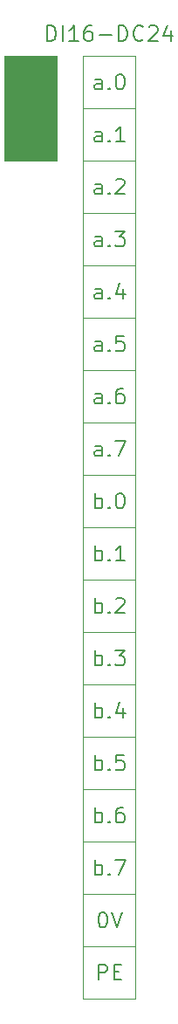
<source format=gbr>
%TF.GenerationSoftware,KiCad,Pcbnew,8.0.4-8.0.4-0~ubuntu22.04.1*%
%TF.CreationDate,2024-08-10T22:14:10+03:00*%
%TF.ProjectId,PM-DI16-DC24sink-front,504d2d44-4931-4362-9d44-43323473696e,rev?*%
%TF.SameCoordinates,Original*%
%TF.FileFunction,Legend,Top*%
%TF.FilePolarity,Positive*%
%FSLAX46Y46*%
G04 Gerber Fmt 4.6, Leading zero omitted, Abs format (unit mm)*
G04 Created by KiCad (PCBNEW 8.0.4-8.0.4-0~ubuntu22.04.1) date 2024-08-10 22:14:10*
%MOMM*%
%LPD*%
G01*
G04 APERTURE LIST*
%ADD10C,0.100000*%
%ADD11C,0.200000*%
%ADD12O,1.700000X1.700000*%
%ADD13R,1.700000X1.700000*%
G04 APERTURE END LIST*
D10*
X68580000Y-80010000D02*
X73660000Y-80010000D01*
X73660000Y-85090000D01*
X68580000Y-85090000D01*
X68580000Y-80010000D01*
X68580000Y-100330000D02*
X73660000Y-100330000D01*
X73660000Y-105410000D01*
X68580000Y-105410000D01*
X68580000Y-100330000D01*
X68580000Y-69850000D02*
X73660000Y-69850000D01*
X73660000Y-74930000D01*
X68580000Y-74930000D01*
X68580000Y-69850000D01*
X68580000Y-59690000D02*
X73660000Y-59690000D01*
X73660000Y-64770000D01*
X68580000Y-64770000D01*
X68580000Y-59690000D01*
X68580000Y-120650000D02*
X73660000Y-120650000D01*
X73660000Y-125730000D01*
X68580000Y-125730000D01*
X68580000Y-120650000D01*
X68580000Y-115570000D02*
X73660000Y-115570000D01*
X73660000Y-120650000D01*
X68580000Y-120650000D01*
X68580000Y-115570000D01*
X68580000Y-125730000D02*
X73660000Y-125730000D01*
X73660000Y-130810000D01*
X68580000Y-130810000D01*
X68580000Y-125730000D01*
X68580000Y-130810000D02*
X73660000Y-130810000D01*
X73660000Y-135890000D01*
X68580000Y-135890000D01*
X68580000Y-130810000D01*
X68580000Y-110490000D02*
X73660000Y-110490000D01*
X73660000Y-115570000D01*
X68580000Y-115570000D01*
X68580000Y-110490000D01*
X68580000Y-54610000D02*
X73660000Y-54610000D01*
X73660000Y-59690000D01*
X68580000Y-59690000D01*
X68580000Y-54610000D01*
X68580000Y-95250000D02*
X73660000Y-95250000D01*
X73660000Y-100330000D01*
X68580000Y-100330000D01*
X68580000Y-95250000D01*
X68580000Y-105410000D02*
X73660000Y-105410000D01*
X73660000Y-110490000D01*
X68580000Y-110490000D01*
X68580000Y-105410000D01*
X68580000Y-135890000D02*
X73660000Y-135890000D01*
X73660000Y-140970000D01*
X68580000Y-140970000D01*
X68580000Y-135890000D01*
X60960000Y-54610000D02*
X66040000Y-54610000D01*
X66040000Y-64770000D01*
X60960000Y-64770000D01*
X60960000Y-54610000D01*
G36*
X60960000Y-54610000D02*
G01*
X66040000Y-54610000D01*
X66040000Y-64770000D01*
X60960000Y-64770000D01*
X60960000Y-54610000D01*
G37*
X68580000Y-64770000D02*
X73660000Y-64770000D01*
X73660000Y-69850000D01*
X68580000Y-69850000D01*
X68580000Y-64770000D01*
X68580000Y-85090000D02*
X73660000Y-85090000D01*
X73660000Y-90170000D01*
X68580000Y-90170000D01*
X68580000Y-85090000D01*
X68580000Y-90170000D02*
X73660000Y-90170000D01*
X73660000Y-95250000D01*
X68580000Y-95250000D01*
X68580000Y-90170000D01*
X68580000Y-74930000D02*
X73660000Y-74930000D01*
X73660000Y-80010000D01*
X68580000Y-80010000D01*
X68580000Y-74930000D01*
X68580000Y-140970000D02*
X73660000Y-140970000D01*
X73660000Y-146050000D01*
X68580000Y-146050000D01*
X68580000Y-140970000D01*
D11*
X69727142Y-113707528D02*
X69727142Y-112207528D01*
X69727142Y-112778957D02*
X69870000Y-112707528D01*
X69870000Y-112707528D02*
X70155714Y-112707528D01*
X70155714Y-112707528D02*
X70298571Y-112778957D01*
X70298571Y-112778957D02*
X70370000Y-112850385D01*
X70370000Y-112850385D02*
X70441428Y-112993242D01*
X70441428Y-112993242D02*
X70441428Y-113421814D01*
X70441428Y-113421814D02*
X70370000Y-113564671D01*
X70370000Y-113564671D02*
X70298571Y-113636100D01*
X70298571Y-113636100D02*
X70155714Y-113707528D01*
X70155714Y-113707528D02*
X69870000Y-113707528D01*
X69870000Y-113707528D02*
X69727142Y-113636100D01*
X71084285Y-113564671D02*
X71155714Y-113636100D01*
X71155714Y-113636100D02*
X71084285Y-113707528D01*
X71084285Y-113707528D02*
X71012857Y-113636100D01*
X71012857Y-113636100D02*
X71084285Y-113564671D01*
X71084285Y-113564671D02*
X71084285Y-113707528D01*
X71655714Y-112207528D02*
X72584286Y-112207528D01*
X72584286Y-112207528D02*
X72084286Y-112778957D01*
X72084286Y-112778957D02*
X72298571Y-112778957D01*
X72298571Y-112778957D02*
X72441429Y-112850385D01*
X72441429Y-112850385D02*
X72512857Y-112921814D01*
X72512857Y-112921814D02*
X72584286Y-113064671D01*
X72584286Y-113064671D02*
X72584286Y-113421814D01*
X72584286Y-113421814D02*
X72512857Y-113564671D01*
X72512857Y-113564671D02*
X72441429Y-113636100D01*
X72441429Y-113636100D02*
X72298571Y-113707528D01*
X72298571Y-113707528D02*
X71870000Y-113707528D01*
X71870000Y-113707528D02*
X71727143Y-113636100D01*
X71727143Y-113636100D02*
X71655714Y-113564671D01*
X69727142Y-108627528D02*
X69727142Y-107127528D01*
X69727142Y-107698957D02*
X69870000Y-107627528D01*
X69870000Y-107627528D02*
X70155714Y-107627528D01*
X70155714Y-107627528D02*
X70298571Y-107698957D01*
X70298571Y-107698957D02*
X70370000Y-107770385D01*
X70370000Y-107770385D02*
X70441428Y-107913242D01*
X70441428Y-107913242D02*
X70441428Y-108341814D01*
X70441428Y-108341814D02*
X70370000Y-108484671D01*
X70370000Y-108484671D02*
X70298571Y-108556100D01*
X70298571Y-108556100D02*
X70155714Y-108627528D01*
X70155714Y-108627528D02*
X69870000Y-108627528D01*
X69870000Y-108627528D02*
X69727142Y-108556100D01*
X71084285Y-108484671D02*
X71155714Y-108556100D01*
X71155714Y-108556100D02*
X71084285Y-108627528D01*
X71084285Y-108627528D02*
X71012857Y-108556100D01*
X71012857Y-108556100D02*
X71084285Y-108484671D01*
X71084285Y-108484671D02*
X71084285Y-108627528D01*
X71727143Y-107270385D02*
X71798571Y-107198957D01*
X71798571Y-107198957D02*
X71941429Y-107127528D01*
X71941429Y-107127528D02*
X72298571Y-107127528D01*
X72298571Y-107127528D02*
X72441429Y-107198957D01*
X72441429Y-107198957D02*
X72512857Y-107270385D01*
X72512857Y-107270385D02*
X72584286Y-107413242D01*
X72584286Y-107413242D02*
X72584286Y-107556100D01*
X72584286Y-107556100D02*
X72512857Y-107770385D01*
X72512857Y-107770385D02*
X71655714Y-108627528D01*
X71655714Y-108627528D02*
X72584286Y-108627528D01*
X70048571Y-144187528D02*
X70048571Y-142687528D01*
X70048571Y-142687528D02*
X70620000Y-142687528D01*
X70620000Y-142687528D02*
X70762857Y-142758957D01*
X70762857Y-142758957D02*
X70834286Y-142830385D01*
X70834286Y-142830385D02*
X70905714Y-142973242D01*
X70905714Y-142973242D02*
X70905714Y-143187528D01*
X70905714Y-143187528D02*
X70834286Y-143330385D01*
X70834286Y-143330385D02*
X70762857Y-143401814D01*
X70762857Y-143401814D02*
X70620000Y-143473242D01*
X70620000Y-143473242D02*
X70048571Y-143473242D01*
X71548571Y-143401814D02*
X72048571Y-143401814D01*
X72262857Y-144187528D02*
X71548571Y-144187528D01*
X71548571Y-144187528D02*
X71548571Y-142687528D01*
X71548571Y-142687528D02*
X72262857Y-142687528D01*
X70370000Y-78147528D02*
X70370000Y-77361814D01*
X70370000Y-77361814D02*
X70298571Y-77218957D01*
X70298571Y-77218957D02*
X70155714Y-77147528D01*
X70155714Y-77147528D02*
X69870000Y-77147528D01*
X69870000Y-77147528D02*
X69727142Y-77218957D01*
X70370000Y-78076100D02*
X70227142Y-78147528D01*
X70227142Y-78147528D02*
X69870000Y-78147528D01*
X69870000Y-78147528D02*
X69727142Y-78076100D01*
X69727142Y-78076100D02*
X69655714Y-77933242D01*
X69655714Y-77933242D02*
X69655714Y-77790385D01*
X69655714Y-77790385D02*
X69727142Y-77647528D01*
X69727142Y-77647528D02*
X69870000Y-77576100D01*
X69870000Y-77576100D02*
X70227142Y-77576100D01*
X70227142Y-77576100D02*
X70370000Y-77504671D01*
X71084285Y-78004671D02*
X71155714Y-78076100D01*
X71155714Y-78076100D02*
X71084285Y-78147528D01*
X71084285Y-78147528D02*
X71012857Y-78076100D01*
X71012857Y-78076100D02*
X71084285Y-78004671D01*
X71084285Y-78004671D02*
X71084285Y-78147528D01*
X72441429Y-77147528D02*
X72441429Y-78147528D01*
X72084286Y-76576100D02*
X71727143Y-77647528D01*
X71727143Y-77647528D02*
X72655714Y-77647528D01*
X69727142Y-134027528D02*
X69727142Y-132527528D01*
X69727142Y-133098957D02*
X69870000Y-133027528D01*
X69870000Y-133027528D02*
X70155714Y-133027528D01*
X70155714Y-133027528D02*
X70298571Y-133098957D01*
X70298571Y-133098957D02*
X70370000Y-133170385D01*
X70370000Y-133170385D02*
X70441428Y-133313242D01*
X70441428Y-133313242D02*
X70441428Y-133741814D01*
X70441428Y-133741814D02*
X70370000Y-133884671D01*
X70370000Y-133884671D02*
X70298571Y-133956100D01*
X70298571Y-133956100D02*
X70155714Y-134027528D01*
X70155714Y-134027528D02*
X69870000Y-134027528D01*
X69870000Y-134027528D02*
X69727142Y-133956100D01*
X71084285Y-133884671D02*
X71155714Y-133956100D01*
X71155714Y-133956100D02*
X71084285Y-134027528D01*
X71084285Y-134027528D02*
X71012857Y-133956100D01*
X71012857Y-133956100D02*
X71084285Y-133884671D01*
X71084285Y-133884671D02*
X71084285Y-134027528D01*
X71655714Y-132527528D02*
X72655714Y-132527528D01*
X72655714Y-132527528D02*
X72012857Y-134027528D01*
X70370000Y-62907528D02*
X70370000Y-62121814D01*
X70370000Y-62121814D02*
X70298571Y-61978957D01*
X70298571Y-61978957D02*
X70155714Y-61907528D01*
X70155714Y-61907528D02*
X69870000Y-61907528D01*
X69870000Y-61907528D02*
X69727142Y-61978957D01*
X70370000Y-62836100D02*
X70227142Y-62907528D01*
X70227142Y-62907528D02*
X69870000Y-62907528D01*
X69870000Y-62907528D02*
X69727142Y-62836100D01*
X69727142Y-62836100D02*
X69655714Y-62693242D01*
X69655714Y-62693242D02*
X69655714Y-62550385D01*
X69655714Y-62550385D02*
X69727142Y-62407528D01*
X69727142Y-62407528D02*
X69870000Y-62336100D01*
X69870000Y-62336100D02*
X70227142Y-62336100D01*
X70227142Y-62336100D02*
X70370000Y-62264671D01*
X71084285Y-62764671D02*
X71155714Y-62836100D01*
X71155714Y-62836100D02*
X71084285Y-62907528D01*
X71084285Y-62907528D02*
X71012857Y-62836100D01*
X71012857Y-62836100D02*
X71084285Y-62764671D01*
X71084285Y-62764671D02*
X71084285Y-62907528D01*
X72584286Y-62907528D02*
X71727143Y-62907528D01*
X72155714Y-62907528D02*
X72155714Y-61407528D01*
X72155714Y-61407528D02*
X72012857Y-61621814D01*
X72012857Y-61621814D02*
X71870000Y-61764671D01*
X71870000Y-61764671D02*
X71727143Y-61836100D01*
X70370000Y-93387528D02*
X70370000Y-92601814D01*
X70370000Y-92601814D02*
X70298571Y-92458957D01*
X70298571Y-92458957D02*
X70155714Y-92387528D01*
X70155714Y-92387528D02*
X69870000Y-92387528D01*
X69870000Y-92387528D02*
X69727142Y-92458957D01*
X70370000Y-93316100D02*
X70227142Y-93387528D01*
X70227142Y-93387528D02*
X69870000Y-93387528D01*
X69870000Y-93387528D02*
X69727142Y-93316100D01*
X69727142Y-93316100D02*
X69655714Y-93173242D01*
X69655714Y-93173242D02*
X69655714Y-93030385D01*
X69655714Y-93030385D02*
X69727142Y-92887528D01*
X69727142Y-92887528D02*
X69870000Y-92816100D01*
X69870000Y-92816100D02*
X70227142Y-92816100D01*
X70227142Y-92816100D02*
X70370000Y-92744671D01*
X71084285Y-93244671D02*
X71155714Y-93316100D01*
X71155714Y-93316100D02*
X71084285Y-93387528D01*
X71084285Y-93387528D02*
X71012857Y-93316100D01*
X71012857Y-93316100D02*
X71084285Y-93244671D01*
X71084285Y-93244671D02*
X71084285Y-93387528D01*
X71655714Y-91887528D02*
X72655714Y-91887528D01*
X72655714Y-91887528D02*
X72012857Y-93387528D01*
X69727142Y-103547528D02*
X69727142Y-102047528D01*
X69727142Y-102618957D02*
X69870000Y-102547528D01*
X69870000Y-102547528D02*
X70155714Y-102547528D01*
X70155714Y-102547528D02*
X70298571Y-102618957D01*
X70298571Y-102618957D02*
X70370000Y-102690385D01*
X70370000Y-102690385D02*
X70441428Y-102833242D01*
X70441428Y-102833242D02*
X70441428Y-103261814D01*
X70441428Y-103261814D02*
X70370000Y-103404671D01*
X70370000Y-103404671D02*
X70298571Y-103476100D01*
X70298571Y-103476100D02*
X70155714Y-103547528D01*
X70155714Y-103547528D02*
X69870000Y-103547528D01*
X69870000Y-103547528D02*
X69727142Y-103476100D01*
X71084285Y-103404671D02*
X71155714Y-103476100D01*
X71155714Y-103476100D02*
X71084285Y-103547528D01*
X71084285Y-103547528D02*
X71012857Y-103476100D01*
X71012857Y-103476100D02*
X71084285Y-103404671D01*
X71084285Y-103404671D02*
X71084285Y-103547528D01*
X72584286Y-103547528D02*
X71727143Y-103547528D01*
X72155714Y-103547528D02*
X72155714Y-102047528D01*
X72155714Y-102047528D02*
X72012857Y-102261814D01*
X72012857Y-102261814D02*
X71870000Y-102404671D01*
X71870000Y-102404671D02*
X71727143Y-102476100D01*
X70370000Y-83227528D02*
X70370000Y-82441814D01*
X70370000Y-82441814D02*
X70298571Y-82298957D01*
X70298571Y-82298957D02*
X70155714Y-82227528D01*
X70155714Y-82227528D02*
X69870000Y-82227528D01*
X69870000Y-82227528D02*
X69727142Y-82298957D01*
X70370000Y-83156100D02*
X70227142Y-83227528D01*
X70227142Y-83227528D02*
X69870000Y-83227528D01*
X69870000Y-83227528D02*
X69727142Y-83156100D01*
X69727142Y-83156100D02*
X69655714Y-83013242D01*
X69655714Y-83013242D02*
X69655714Y-82870385D01*
X69655714Y-82870385D02*
X69727142Y-82727528D01*
X69727142Y-82727528D02*
X69870000Y-82656100D01*
X69870000Y-82656100D02*
X70227142Y-82656100D01*
X70227142Y-82656100D02*
X70370000Y-82584671D01*
X71084285Y-83084671D02*
X71155714Y-83156100D01*
X71155714Y-83156100D02*
X71084285Y-83227528D01*
X71084285Y-83227528D02*
X71012857Y-83156100D01*
X71012857Y-83156100D02*
X71084285Y-83084671D01*
X71084285Y-83084671D02*
X71084285Y-83227528D01*
X72512857Y-81727528D02*
X71798571Y-81727528D01*
X71798571Y-81727528D02*
X71727143Y-82441814D01*
X71727143Y-82441814D02*
X71798571Y-82370385D01*
X71798571Y-82370385D02*
X71941429Y-82298957D01*
X71941429Y-82298957D02*
X72298571Y-82298957D01*
X72298571Y-82298957D02*
X72441429Y-82370385D01*
X72441429Y-82370385D02*
X72512857Y-82441814D01*
X72512857Y-82441814D02*
X72584286Y-82584671D01*
X72584286Y-82584671D02*
X72584286Y-82941814D01*
X72584286Y-82941814D02*
X72512857Y-83084671D01*
X72512857Y-83084671D02*
X72441429Y-83156100D01*
X72441429Y-83156100D02*
X72298571Y-83227528D01*
X72298571Y-83227528D02*
X71941429Y-83227528D01*
X71941429Y-83227528D02*
X71798571Y-83156100D01*
X71798571Y-83156100D02*
X71727143Y-83084671D01*
X69727142Y-98467528D02*
X69727142Y-96967528D01*
X69727142Y-97538957D02*
X69870000Y-97467528D01*
X69870000Y-97467528D02*
X70155714Y-97467528D01*
X70155714Y-97467528D02*
X70298571Y-97538957D01*
X70298571Y-97538957D02*
X70370000Y-97610385D01*
X70370000Y-97610385D02*
X70441428Y-97753242D01*
X70441428Y-97753242D02*
X70441428Y-98181814D01*
X70441428Y-98181814D02*
X70370000Y-98324671D01*
X70370000Y-98324671D02*
X70298571Y-98396100D01*
X70298571Y-98396100D02*
X70155714Y-98467528D01*
X70155714Y-98467528D02*
X69870000Y-98467528D01*
X69870000Y-98467528D02*
X69727142Y-98396100D01*
X71084285Y-98324671D02*
X71155714Y-98396100D01*
X71155714Y-98396100D02*
X71084285Y-98467528D01*
X71084285Y-98467528D02*
X71012857Y-98396100D01*
X71012857Y-98396100D02*
X71084285Y-98324671D01*
X71084285Y-98324671D02*
X71084285Y-98467528D01*
X72084286Y-96967528D02*
X72227143Y-96967528D01*
X72227143Y-96967528D02*
X72370000Y-97038957D01*
X72370000Y-97038957D02*
X72441429Y-97110385D01*
X72441429Y-97110385D02*
X72512857Y-97253242D01*
X72512857Y-97253242D02*
X72584286Y-97538957D01*
X72584286Y-97538957D02*
X72584286Y-97896100D01*
X72584286Y-97896100D02*
X72512857Y-98181814D01*
X72512857Y-98181814D02*
X72441429Y-98324671D01*
X72441429Y-98324671D02*
X72370000Y-98396100D01*
X72370000Y-98396100D02*
X72227143Y-98467528D01*
X72227143Y-98467528D02*
X72084286Y-98467528D01*
X72084286Y-98467528D02*
X71941429Y-98396100D01*
X71941429Y-98396100D02*
X71870000Y-98324671D01*
X71870000Y-98324671D02*
X71798571Y-98181814D01*
X71798571Y-98181814D02*
X71727143Y-97896100D01*
X71727143Y-97896100D02*
X71727143Y-97538957D01*
X71727143Y-97538957D02*
X71798571Y-97253242D01*
X71798571Y-97253242D02*
X71870000Y-97110385D01*
X71870000Y-97110385D02*
X71941429Y-97038957D01*
X71941429Y-97038957D02*
X72084286Y-96967528D01*
X70370000Y-88307528D02*
X70370000Y-87521814D01*
X70370000Y-87521814D02*
X70298571Y-87378957D01*
X70298571Y-87378957D02*
X70155714Y-87307528D01*
X70155714Y-87307528D02*
X69870000Y-87307528D01*
X69870000Y-87307528D02*
X69727142Y-87378957D01*
X70370000Y-88236100D02*
X70227142Y-88307528D01*
X70227142Y-88307528D02*
X69870000Y-88307528D01*
X69870000Y-88307528D02*
X69727142Y-88236100D01*
X69727142Y-88236100D02*
X69655714Y-88093242D01*
X69655714Y-88093242D02*
X69655714Y-87950385D01*
X69655714Y-87950385D02*
X69727142Y-87807528D01*
X69727142Y-87807528D02*
X69870000Y-87736100D01*
X69870000Y-87736100D02*
X70227142Y-87736100D01*
X70227142Y-87736100D02*
X70370000Y-87664671D01*
X71084285Y-88164671D02*
X71155714Y-88236100D01*
X71155714Y-88236100D02*
X71084285Y-88307528D01*
X71084285Y-88307528D02*
X71012857Y-88236100D01*
X71012857Y-88236100D02*
X71084285Y-88164671D01*
X71084285Y-88164671D02*
X71084285Y-88307528D01*
X72441429Y-86807528D02*
X72155714Y-86807528D01*
X72155714Y-86807528D02*
X72012857Y-86878957D01*
X72012857Y-86878957D02*
X71941429Y-86950385D01*
X71941429Y-86950385D02*
X71798571Y-87164671D01*
X71798571Y-87164671D02*
X71727143Y-87450385D01*
X71727143Y-87450385D02*
X71727143Y-88021814D01*
X71727143Y-88021814D02*
X71798571Y-88164671D01*
X71798571Y-88164671D02*
X71870000Y-88236100D01*
X71870000Y-88236100D02*
X72012857Y-88307528D01*
X72012857Y-88307528D02*
X72298571Y-88307528D01*
X72298571Y-88307528D02*
X72441429Y-88236100D01*
X72441429Y-88236100D02*
X72512857Y-88164671D01*
X72512857Y-88164671D02*
X72584286Y-88021814D01*
X72584286Y-88021814D02*
X72584286Y-87664671D01*
X72584286Y-87664671D02*
X72512857Y-87521814D01*
X72512857Y-87521814D02*
X72441429Y-87450385D01*
X72441429Y-87450385D02*
X72298571Y-87378957D01*
X72298571Y-87378957D02*
X72012857Y-87378957D01*
X72012857Y-87378957D02*
X71870000Y-87450385D01*
X71870000Y-87450385D02*
X71798571Y-87521814D01*
X71798571Y-87521814D02*
X71727143Y-87664671D01*
X70370000Y-67987528D02*
X70370000Y-67201814D01*
X70370000Y-67201814D02*
X70298571Y-67058957D01*
X70298571Y-67058957D02*
X70155714Y-66987528D01*
X70155714Y-66987528D02*
X69870000Y-66987528D01*
X69870000Y-66987528D02*
X69727142Y-67058957D01*
X70370000Y-67916100D02*
X70227142Y-67987528D01*
X70227142Y-67987528D02*
X69870000Y-67987528D01*
X69870000Y-67987528D02*
X69727142Y-67916100D01*
X69727142Y-67916100D02*
X69655714Y-67773242D01*
X69655714Y-67773242D02*
X69655714Y-67630385D01*
X69655714Y-67630385D02*
X69727142Y-67487528D01*
X69727142Y-67487528D02*
X69870000Y-67416100D01*
X69870000Y-67416100D02*
X70227142Y-67416100D01*
X70227142Y-67416100D02*
X70370000Y-67344671D01*
X71084285Y-67844671D02*
X71155714Y-67916100D01*
X71155714Y-67916100D02*
X71084285Y-67987528D01*
X71084285Y-67987528D02*
X71012857Y-67916100D01*
X71012857Y-67916100D02*
X71084285Y-67844671D01*
X71084285Y-67844671D02*
X71084285Y-67987528D01*
X71727143Y-66630385D02*
X71798571Y-66558957D01*
X71798571Y-66558957D02*
X71941429Y-66487528D01*
X71941429Y-66487528D02*
X72298571Y-66487528D01*
X72298571Y-66487528D02*
X72441429Y-66558957D01*
X72441429Y-66558957D02*
X72512857Y-66630385D01*
X72512857Y-66630385D02*
X72584286Y-66773242D01*
X72584286Y-66773242D02*
X72584286Y-66916100D01*
X72584286Y-66916100D02*
X72512857Y-67130385D01*
X72512857Y-67130385D02*
X71655714Y-67987528D01*
X71655714Y-67987528D02*
X72584286Y-67987528D01*
X65084286Y-53146028D02*
X65084286Y-51646028D01*
X65084286Y-51646028D02*
X65441429Y-51646028D01*
X65441429Y-51646028D02*
X65655715Y-51717457D01*
X65655715Y-51717457D02*
X65798572Y-51860314D01*
X65798572Y-51860314D02*
X65870001Y-52003171D01*
X65870001Y-52003171D02*
X65941429Y-52288885D01*
X65941429Y-52288885D02*
X65941429Y-52503171D01*
X65941429Y-52503171D02*
X65870001Y-52788885D01*
X65870001Y-52788885D02*
X65798572Y-52931742D01*
X65798572Y-52931742D02*
X65655715Y-53074600D01*
X65655715Y-53074600D02*
X65441429Y-53146028D01*
X65441429Y-53146028D02*
X65084286Y-53146028D01*
X66584286Y-53146028D02*
X66584286Y-51646028D01*
X68084287Y-53146028D02*
X67227144Y-53146028D01*
X67655715Y-53146028D02*
X67655715Y-51646028D01*
X67655715Y-51646028D02*
X67512858Y-51860314D01*
X67512858Y-51860314D02*
X67370001Y-52003171D01*
X67370001Y-52003171D02*
X67227144Y-52074600D01*
X69370001Y-51646028D02*
X69084286Y-51646028D01*
X69084286Y-51646028D02*
X68941429Y-51717457D01*
X68941429Y-51717457D02*
X68870001Y-51788885D01*
X68870001Y-51788885D02*
X68727143Y-52003171D01*
X68727143Y-52003171D02*
X68655715Y-52288885D01*
X68655715Y-52288885D02*
X68655715Y-52860314D01*
X68655715Y-52860314D02*
X68727143Y-53003171D01*
X68727143Y-53003171D02*
X68798572Y-53074600D01*
X68798572Y-53074600D02*
X68941429Y-53146028D01*
X68941429Y-53146028D02*
X69227143Y-53146028D01*
X69227143Y-53146028D02*
X69370001Y-53074600D01*
X69370001Y-53074600D02*
X69441429Y-53003171D01*
X69441429Y-53003171D02*
X69512858Y-52860314D01*
X69512858Y-52860314D02*
X69512858Y-52503171D01*
X69512858Y-52503171D02*
X69441429Y-52360314D01*
X69441429Y-52360314D02*
X69370001Y-52288885D01*
X69370001Y-52288885D02*
X69227143Y-52217457D01*
X69227143Y-52217457D02*
X68941429Y-52217457D01*
X68941429Y-52217457D02*
X68798572Y-52288885D01*
X68798572Y-52288885D02*
X68727143Y-52360314D01*
X68727143Y-52360314D02*
X68655715Y-52503171D01*
X70155714Y-52574600D02*
X71298572Y-52574600D01*
X72012857Y-53146028D02*
X72012857Y-51646028D01*
X72012857Y-51646028D02*
X72370000Y-51646028D01*
X72370000Y-51646028D02*
X72584286Y-51717457D01*
X72584286Y-51717457D02*
X72727143Y-51860314D01*
X72727143Y-51860314D02*
X72798572Y-52003171D01*
X72798572Y-52003171D02*
X72870000Y-52288885D01*
X72870000Y-52288885D02*
X72870000Y-52503171D01*
X72870000Y-52503171D02*
X72798572Y-52788885D01*
X72798572Y-52788885D02*
X72727143Y-52931742D01*
X72727143Y-52931742D02*
X72584286Y-53074600D01*
X72584286Y-53074600D02*
X72370000Y-53146028D01*
X72370000Y-53146028D02*
X72012857Y-53146028D01*
X74370000Y-53003171D02*
X74298572Y-53074600D01*
X74298572Y-53074600D02*
X74084286Y-53146028D01*
X74084286Y-53146028D02*
X73941429Y-53146028D01*
X73941429Y-53146028D02*
X73727143Y-53074600D01*
X73727143Y-53074600D02*
X73584286Y-52931742D01*
X73584286Y-52931742D02*
X73512857Y-52788885D01*
X73512857Y-52788885D02*
X73441429Y-52503171D01*
X73441429Y-52503171D02*
X73441429Y-52288885D01*
X73441429Y-52288885D02*
X73512857Y-52003171D01*
X73512857Y-52003171D02*
X73584286Y-51860314D01*
X73584286Y-51860314D02*
X73727143Y-51717457D01*
X73727143Y-51717457D02*
X73941429Y-51646028D01*
X73941429Y-51646028D02*
X74084286Y-51646028D01*
X74084286Y-51646028D02*
X74298572Y-51717457D01*
X74298572Y-51717457D02*
X74370000Y-51788885D01*
X74941429Y-51788885D02*
X75012857Y-51717457D01*
X75012857Y-51717457D02*
X75155715Y-51646028D01*
X75155715Y-51646028D02*
X75512857Y-51646028D01*
X75512857Y-51646028D02*
X75655715Y-51717457D01*
X75655715Y-51717457D02*
X75727143Y-51788885D01*
X75727143Y-51788885D02*
X75798572Y-51931742D01*
X75798572Y-51931742D02*
X75798572Y-52074600D01*
X75798572Y-52074600D02*
X75727143Y-52288885D01*
X75727143Y-52288885D02*
X74870000Y-53146028D01*
X74870000Y-53146028D02*
X75798572Y-53146028D01*
X77084286Y-52146028D02*
X77084286Y-53146028D01*
X76727143Y-51574600D02*
X76370000Y-52646028D01*
X76370000Y-52646028D02*
X77298571Y-52646028D01*
X70405715Y-137607528D02*
X70548572Y-137607528D01*
X70548572Y-137607528D02*
X70691429Y-137678957D01*
X70691429Y-137678957D02*
X70762858Y-137750385D01*
X70762858Y-137750385D02*
X70834286Y-137893242D01*
X70834286Y-137893242D02*
X70905715Y-138178957D01*
X70905715Y-138178957D02*
X70905715Y-138536100D01*
X70905715Y-138536100D02*
X70834286Y-138821814D01*
X70834286Y-138821814D02*
X70762858Y-138964671D01*
X70762858Y-138964671D02*
X70691429Y-139036100D01*
X70691429Y-139036100D02*
X70548572Y-139107528D01*
X70548572Y-139107528D02*
X70405715Y-139107528D01*
X70405715Y-139107528D02*
X70262858Y-139036100D01*
X70262858Y-139036100D02*
X70191429Y-138964671D01*
X70191429Y-138964671D02*
X70120000Y-138821814D01*
X70120000Y-138821814D02*
X70048572Y-138536100D01*
X70048572Y-138536100D02*
X70048572Y-138178957D01*
X70048572Y-138178957D02*
X70120000Y-137893242D01*
X70120000Y-137893242D02*
X70191429Y-137750385D01*
X70191429Y-137750385D02*
X70262858Y-137678957D01*
X70262858Y-137678957D02*
X70405715Y-137607528D01*
X71334286Y-137607528D02*
X71834286Y-139107528D01*
X71834286Y-139107528D02*
X72334286Y-137607528D01*
X69727142Y-123867528D02*
X69727142Y-122367528D01*
X69727142Y-122938957D02*
X69870000Y-122867528D01*
X69870000Y-122867528D02*
X70155714Y-122867528D01*
X70155714Y-122867528D02*
X70298571Y-122938957D01*
X70298571Y-122938957D02*
X70370000Y-123010385D01*
X70370000Y-123010385D02*
X70441428Y-123153242D01*
X70441428Y-123153242D02*
X70441428Y-123581814D01*
X70441428Y-123581814D02*
X70370000Y-123724671D01*
X70370000Y-123724671D02*
X70298571Y-123796100D01*
X70298571Y-123796100D02*
X70155714Y-123867528D01*
X70155714Y-123867528D02*
X69870000Y-123867528D01*
X69870000Y-123867528D02*
X69727142Y-123796100D01*
X71084285Y-123724671D02*
X71155714Y-123796100D01*
X71155714Y-123796100D02*
X71084285Y-123867528D01*
X71084285Y-123867528D02*
X71012857Y-123796100D01*
X71012857Y-123796100D02*
X71084285Y-123724671D01*
X71084285Y-123724671D02*
X71084285Y-123867528D01*
X72512857Y-122367528D02*
X71798571Y-122367528D01*
X71798571Y-122367528D02*
X71727143Y-123081814D01*
X71727143Y-123081814D02*
X71798571Y-123010385D01*
X71798571Y-123010385D02*
X71941429Y-122938957D01*
X71941429Y-122938957D02*
X72298571Y-122938957D01*
X72298571Y-122938957D02*
X72441429Y-123010385D01*
X72441429Y-123010385D02*
X72512857Y-123081814D01*
X72512857Y-123081814D02*
X72584286Y-123224671D01*
X72584286Y-123224671D02*
X72584286Y-123581814D01*
X72584286Y-123581814D02*
X72512857Y-123724671D01*
X72512857Y-123724671D02*
X72441429Y-123796100D01*
X72441429Y-123796100D02*
X72298571Y-123867528D01*
X72298571Y-123867528D02*
X71941429Y-123867528D01*
X71941429Y-123867528D02*
X71798571Y-123796100D01*
X71798571Y-123796100D02*
X71727143Y-123724671D01*
X70370000Y-57827528D02*
X70370000Y-57041814D01*
X70370000Y-57041814D02*
X70298571Y-56898957D01*
X70298571Y-56898957D02*
X70155714Y-56827528D01*
X70155714Y-56827528D02*
X69870000Y-56827528D01*
X69870000Y-56827528D02*
X69727142Y-56898957D01*
X70370000Y-57756100D02*
X70227142Y-57827528D01*
X70227142Y-57827528D02*
X69870000Y-57827528D01*
X69870000Y-57827528D02*
X69727142Y-57756100D01*
X69727142Y-57756100D02*
X69655714Y-57613242D01*
X69655714Y-57613242D02*
X69655714Y-57470385D01*
X69655714Y-57470385D02*
X69727142Y-57327528D01*
X69727142Y-57327528D02*
X69870000Y-57256100D01*
X69870000Y-57256100D02*
X70227142Y-57256100D01*
X70227142Y-57256100D02*
X70370000Y-57184671D01*
X71084285Y-57684671D02*
X71155714Y-57756100D01*
X71155714Y-57756100D02*
X71084285Y-57827528D01*
X71084285Y-57827528D02*
X71012857Y-57756100D01*
X71012857Y-57756100D02*
X71084285Y-57684671D01*
X71084285Y-57684671D02*
X71084285Y-57827528D01*
X72084286Y-56327528D02*
X72227143Y-56327528D01*
X72227143Y-56327528D02*
X72370000Y-56398957D01*
X72370000Y-56398957D02*
X72441429Y-56470385D01*
X72441429Y-56470385D02*
X72512857Y-56613242D01*
X72512857Y-56613242D02*
X72584286Y-56898957D01*
X72584286Y-56898957D02*
X72584286Y-57256100D01*
X72584286Y-57256100D02*
X72512857Y-57541814D01*
X72512857Y-57541814D02*
X72441429Y-57684671D01*
X72441429Y-57684671D02*
X72370000Y-57756100D01*
X72370000Y-57756100D02*
X72227143Y-57827528D01*
X72227143Y-57827528D02*
X72084286Y-57827528D01*
X72084286Y-57827528D02*
X71941429Y-57756100D01*
X71941429Y-57756100D02*
X71870000Y-57684671D01*
X71870000Y-57684671D02*
X71798571Y-57541814D01*
X71798571Y-57541814D02*
X71727143Y-57256100D01*
X71727143Y-57256100D02*
X71727143Y-56898957D01*
X71727143Y-56898957D02*
X71798571Y-56613242D01*
X71798571Y-56613242D02*
X71870000Y-56470385D01*
X71870000Y-56470385D02*
X71941429Y-56398957D01*
X71941429Y-56398957D02*
X72084286Y-56327528D01*
X70370000Y-73067528D02*
X70370000Y-72281814D01*
X70370000Y-72281814D02*
X70298571Y-72138957D01*
X70298571Y-72138957D02*
X70155714Y-72067528D01*
X70155714Y-72067528D02*
X69870000Y-72067528D01*
X69870000Y-72067528D02*
X69727142Y-72138957D01*
X70370000Y-72996100D02*
X70227142Y-73067528D01*
X70227142Y-73067528D02*
X69870000Y-73067528D01*
X69870000Y-73067528D02*
X69727142Y-72996100D01*
X69727142Y-72996100D02*
X69655714Y-72853242D01*
X69655714Y-72853242D02*
X69655714Y-72710385D01*
X69655714Y-72710385D02*
X69727142Y-72567528D01*
X69727142Y-72567528D02*
X69870000Y-72496100D01*
X69870000Y-72496100D02*
X70227142Y-72496100D01*
X70227142Y-72496100D02*
X70370000Y-72424671D01*
X71084285Y-72924671D02*
X71155714Y-72996100D01*
X71155714Y-72996100D02*
X71084285Y-73067528D01*
X71084285Y-73067528D02*
X71012857Y-72996100D01*
X71012857Y-72996100D02*
X71084285Y-72924671D01*
X71084285Y-72924671D02*
X71084285Y-73067528D01*
X71655714Y-71567528D02*
X72584286Y-71567528D01*
X72584286Y-71567528D02*
X72084286Y-72138957D01*
X72084286Y-72138957D02*
X72298571Y-72138957D01*
X72298571Y-72138957D02*
X72441429Y-72210385D01*
X72441429Y-72210385D02*
X72512857Y-72281814D01*
X72512857Y-72281814D02*
X72584286Y-72424671D01*
X72584286Y-72424671D02*
X72584286Y-72781814D01*
X72584286Y-72781814D02*
X72512857Y-72924671D01*
X72512857Y-72924671D02*
X72441429Y-72996100D01*
X72441429Y-72996100D02*
X72298571Y-73067528D01*
X72298571Y-73067528D02*
X71870000Y-73067528D01*
X71870000Y-73067528D02*
X71727143Y-72996100D01*
X71727143Y-72996100D02*
X71655714Y-72924671D01*
X69727142Y-118787528D02*
X69727142Y-117287528D01*
X69727142Y-117858957D02*
X69870000Y-117787528D01*
X69870000Y-117787528D02*
X70155714Y-117787528D01*
X70155714Y-117787528D02*
X70298571Y-117858957D01*
X70298571Y-117858957D02*
X70370000Y-117930385D01*
X70370000Y-117930385D02*
X70441428Y-118073242D01*
X70441428Y-118073242D02*
X70441428Y-118501814D01*
X70441428Y-118501814D02*
X70370000Y-118644671D01*
X70370000Y-118644671D02*
X70298571Y-118716100D01*
X70298571Y-118716100D02*
X70155714Y-118787528D01*
X70155714Y-118787528D02*
X69870000Y-118787528D01*
X69870000Y-118787528D02*
X69727142Y-118716100D01*
X71084285Y-118644671D02*
X71155714Y-118716100D01*
X71155714Y-118716100D02*
X71084285Y-118787528D01*
X71084285Y-118787528D02*
X71012857Y-118716100D01*
X71012857Y-118716100D02*
X71084285Y-118644671D01*
X71084285Y-118644671D02*
X71084285Y-118787528D01*
X72441429Y-117787528D02*
X72441429Y-118787528D01*
X72084286Y-117216100D02*
X71727143Y-118287528D01*
X71727143Y-118287528D02*
X72655714Y-118287528D01*
X69727142Y-128947528D02*
X69727142Y-127447528D01*
X69727142Y-128018957D02*
X69870000Y-127947528D01*
X69870000Y-127947528D02*
X70155714Y-127947528D01*
X70155714Y-127947528D02*
X70298571Y-128018957D01*
X70298571Y-128018957D02*
X70370000Y-128090385D01*
X70370000Y-128090385D02*
X70441428Y-128233242D01*
X70441428Y-128233242D02*
X70441428Y-128661814D01*
X70441428Y-128661814D02*
X70370000Y-128804671D01*
X70370000Y-128804671D02*
X70298571Y-128876100D01*
X70298571Y-128876100D02*
X70155714Y-128947528D01*
X70155714Y-128947528D02*
X69870000Y-128947528D01*
X69870000Y-128947528D02*
X69727142Y-128876100D01*
X71084285Y-128804671D02*
X71155714Y-128876100D01*
X71155714Y-128876100D02*
X71084285Y-128947528D01*
X71084285Y-128947528D02*
X71012857Y-128876100D01*
X71012857Y-128876100D02*
X71084285Y-128804671D01*
X71084285Y-128804671D02*
X71084285Y-128947528D01*
X72441429Y-127447528D02*
X72155714Y-127447528D01*
X72155714Y-127447528D02*
X72012857Y-127518957D01*
X72012857Y-127518957D02*
X71941429Y-127590385D01*
X71941429Y-127590385D02*
X71798571Y-127804671D01*
X71798571Y-127804671D02*
X71727143Y-128090385D01*
X71727143Y-128090385D02*
X71727143Y-128661814D01*
X71727143Y-128661814D02*
X71798571Y-128804671D01*
X71798571Y-128804671D02*
X71870000Y-128876100D01*
X71870000Y-128876100D02*
X72012857Y-128947528D01*
X72012857Y-128947528D02*
X72298571Y-128947528D01*
X72298571Y-128947528D02*
X72441429Y-128876100D01*
X72441429Y-128876100D02*
X72512857Y-128804671D01*
X72512857Y-128804671D02*
X72584286Y-128661814D01*
X72584286Y-128661814D02*
X72584286Y-128304671D01*
X72584286Y-128304671D02*
X72512857Y-128161814D01*
X72512857Y-128161814D02*
X72441429Y-128090385D01*
X72441429Y-128090385D02*
X72298571Y-128018957D01*
X72298571Y-128018957D02*
X72012857Y-128018957D01*
X72012857Y-128018957D02*
X71870000Y-128090385D01*
X71870000Y-128090385D02*
X71798571Y-128161814D01*
X71798571Y-128161814D02*
X71727143Y-128304671D01*
%LPC*%
D12*
%TO.C,D9*%
X77470000Y-97790000D03*
%TD*%
D13*
%TO.C,J1*%
X66040000Y-96520000D03*
D12*
X63500000Y-96520000D03*
X66040000Y-99060000D03*
X63500000Y-99060000D03*
X66040000Y-101600000D03*
X63500000Y-101600000D03*
X66040000Y-104140000D03*
X63500000Y-104140000D03*
%TD*%
%TO.C,D14*%
X77470000Y-123190000D03*
%TD*%
%TO.C,D6*%
X77470000Y-82550000D03*
%TD*%
%TO.C,D2*%
X77470000Y-62230000D03*
%TD*%
%TO.C,D12*%
X77470000Y-113030000D03*
%TD*%
%TO.C,D5*%
X77470000Y-77470000D03*
%TD*%
%TO.C,D7*%
X77470000Y-87630000D03*
%TD*%
%TO.C,D4*%
X77470000Y-72390000D03*
%TD*%
%TO.C,D3*%
X77470000Y-67310000D03*
%TD*%
%TO.C,D10*%
X77470000Y-102870000D03*
%TD*%
%TO.C,D13*%
X77470000Y-118110000D03*
%TD*%
%TO.C,D1*%
X77470000Y-57150000D03*
%TD*%
%TO.C,D11*%
X77470000Y-107950000D03*
%TD*%
%TO.C,D16*%
X77470000Y-133350000D03*
%TD*%
%TO.C,D8*%
X77470000Y-92710000D03*
%TD*%
%TO.C,D15*%
X77470000Y-128270000D03*
%TD*%
%LPD*%
M02*

</source>
